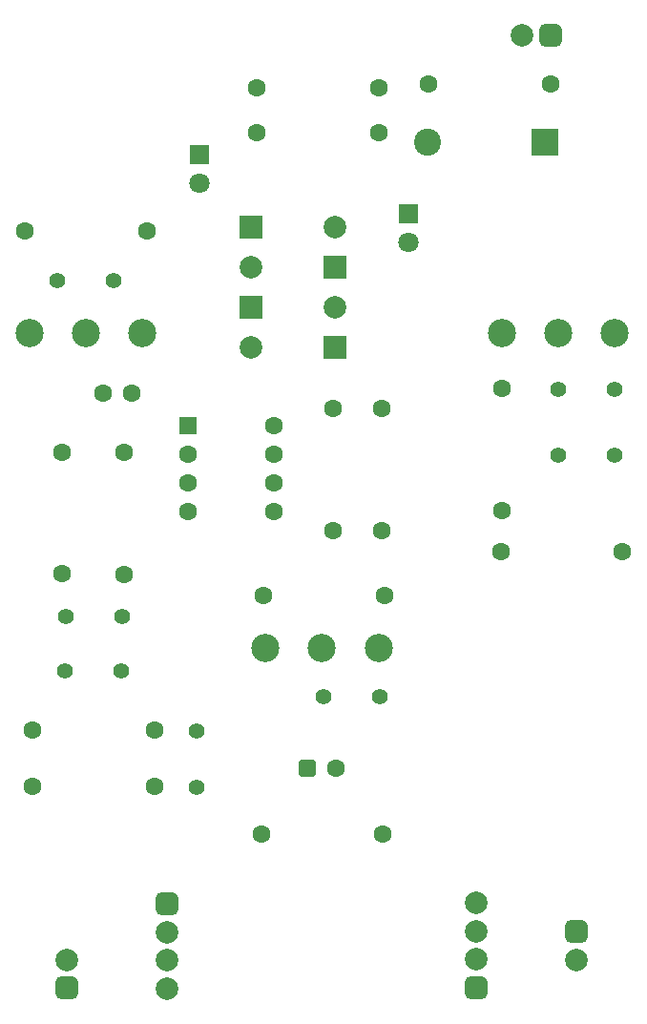
<source format=gbr>
%TF.GenerationSoftware,KiCad,Pcbnew,9.0.2*%
%TF.CreationDate,2025-07-08T13:25:15-05:00*%
%TF.ProjectId,BB Overdrive,4242204f-7665-4726-9472-6976652e6b69,rev?*%
%TF.SameCoordinates,Original*%
%TF.FileFunction,Soldermask,Top*%
%TF.FilePolarity,Negative*%
%FSLAX46Y46*%
G04 Gerber Fmt 4.6, Leading zero omitted, Abs format (unit mm)*
G04 Created by KiCad (PCBNEW 9.0.2) date 2025-07-08 13:25:15*
%MOMM*%
%LPD*%
G01*
G04 APERTURE LIST*
G04 Aperture macros list*
%AMRoundRect*
0 Rectangle with rounded corners*
0 $1 Rounding radius*
0 $2 $3 $4 $5 $6 $7 $8 $9 X,Y pos of 4 corners*
0 Add a 4 corners polygon primitive as box body*
4,1,4,$2,$3,$4,$5,$6,$7,$8,$9,$2,$3,0*
0 Add four circle primitives for the rounded corners*
1,1,$1+$1,$2,$3*
1,1,$1+$1,$4,$5*
1,1,$1+$1,$6,$7*
1,1,$1+$1,$8,$9*
0 Add four rect primitives between the rounded corners*
20,1,$1+$1,$2,$3,$4,$5,0*
20,1,$1+$1,$4,$5,$6,$7,0*
20,1,$1+$1,$6,$7,$8,$9,0*
20,1,$1+$1,$8,$9,$2,$3,0*%
G04 Aperture macros list end*
%ADD10C,2.000000*%
%ADD11R,2.000000X2.000000*%
%ADD12RoundRect,0.500000X-0.500000X0.500000X-0.500000X-0.500000X0.500000X-0.500000X0.500000X0.500000X0*%
%ADD13C,1.400000*%
%ADD14C,1.600000*%
%ADD15R,1.600000X1.600000*%
%ADD16C,2.400000*%
%ADD17R,2.400000X2.400000*%
%ADD18R,1.800000X1.800000*%
%ADD19C,1.800000*%
%ADD20RoundRect,0.500000X0.500000X-0.500000X0.500000X0.500000X-0.500000X0.500000X-0.500000X-0.500000X0*%
%ADD21RoundRect,0.500000X0.500000X0.500000X-0.500000X0.500000X-0.500000X-0.500000X0.500000X-0.500000X0*%
%ADD22C,2.500000*%
%ADD23RoundRect,0.400000X0.400000X0.400000X-0.400000X0.400000X-0.400000X-0.400000X0.400000X-0.400000X0*%
G04 APERTURE END LIST*
D10*
%TO.C,D2*%
X31335200Y90424000D03*
D11*
X23935200Y90424000D03*
%TD*%
D12*
%TO.C,J1*%
X16510000Y37492000D03*
D10*
X16510000Y34992000D03*
X16510000Y32492000D03*
X16510000Y29992000D03*
%TD*%
%TO.C,D6*%
X23935200Y93980000D03*
D11*
X31335200Y93980000D03*
%TD*%
D13*
%TO.C,C8*%
X56170200Y77317600D03*
X51170200Y77317600D03*
%TD*%
D14*
%TO.C,R18*%
X24445000Y105892600D03*
X35245000Y105892600D03*
%TD*%
%TO.C,R19*%
X24826000Y43713400D03*
X35626000Y43713400D03*
%TD*%
%TO.C,C1*%
X13309600Y82753200D03*
X10809600Y82753200D03*
%TD*%
%TO.C,R1*%
X7182000Y66761400D03*
X7182000Y77561400D03*
%TD*%
%TO.C,R2*%
X12649200Y66736000D03*
X12649200Y77536000D03*
%TD*%
D15*
%TO.C,U1*%
X18364200Y79955000D03*
D14*
X18364200Y77415000D03*
X18364200Y74875000D03*
X18364200Y72335000D03*
X25984200Y72335000D03*
X25984200Y74875000D03*
X25984200Y77415000D03*
X25984200Y79955000D03*
%TD*%
%TO.C,R5*%
X31242000Y70622200D03*
X31242000Y81422200D03*
%TD*%
D13*
%TO.C,C5*%
X6771000Y92760800D03*
X11771000Y92760800D03*
%TD*%
D16*
%TO.C,D4*%
X39625600Y105029000D03*
D17*
X49985600Y105029000D03*
%TD*%
D10*
%TO.C,D1*%
X23935200Y86868000D03*
D11*
X31335200Y86868000D03*
%TD*%
D14*
%TO.C,R20*%
X35245000Y109905800D03*
X24445000Y109905800D03*
%TD*%
%TO.C,R17*%
X50510400Y110185200D03*
X39710400Y110185200D03*
%TD*%
%TO.C,R9*%
X56885800Y68732400D03*
X46085800Y68732400D03*
%TD*%
D18*
%TO.C,C11*%
X19380200Y103942200D03*
D19*
X19380200Y101442200D03*
%TD*%
D20*
%TO.C,J2*%
X43942000Y30072000D03*
D10*
X43942000Y32572000D03*
X43942000Y35072000D03*
X43942000Y37572000D03*
%TD*%
D13*
%TO.C,C2*%
X7476000Y62941200D03*
X12476000Y62941200D03*
%TD*%
D14*
%TO.C,R8*%
X15350600Y47879000D03*
X4550600Y47879000D03*
%TD*%
D18*
%TO.C,C10*%
X37871400Y98684400D03*
D19*
X37871400Y96184400D03*
%TD*%
D13*
%TO.C,C6*%
X30393000Y55905400D03*
X35393000Y55905400D03*
%TD*%
D12*
%TO.C,J5*%
X52832000Y35012000D03*
D10*
X52832000Y32512000D03*
%TD*%
D14*
%TO.C,R3*%
X3871000Y97180400D03*
X14671000Y97180400D03*
%TD*%
%TO.C,R7*%
X46202600Y72374800D03*
X46202600Y83174800D03*
%TD*%
D13*
%TO.C,C3*%
X12419474Y58140600D03*
X7419474Y58140600D03*
%TD*%
%TO.C,C7*%
X56221000Y83134200D03*
X51221000Y83134200D03*
%TD*%
D10*
%TO.C,D5*%
X31335200Y97536000D03*
D11*
X23935200Y97536000D03*
%TD*%
D14*
%TO.C,R6*%
X35803800Y64846200D03*
X25003800Y64846200D03*
%TD*%
D13*
%TO.C,C4*%
X19069200Y47817400D03*
X19069200Y52817400D03*
%TD*%
D14*
%TO.C,R4*%
X35509200Y70622200D03*
X35509200Y81422200D03*
%TD*%
D21*
%TO.C,J3*%
X50506000Y114537000D03*
D10*
X48006000Y114537000D03*
%TD*%
D14*
%TO.C,R12*%
X15350600Y52908200D03*
X4550600Y52908200D03*
%TD*%
D20*
%TO.C,J4*%
X7620000Y30012000D03*
D10*
X7620000Y32512000D03*
%TD*%
D22*
%TO.C,RV3*%
X56181000Y88140000D03*
X51181000Y88140000D03*
X46181000Y88140000D03*
%TD*%
D14*
%TO.C,D3*%
X31496000Y49530000D03*
D23*
X28956000Y49530000D03*
%TD*%
D22*
%TO.C,RV2*%
X35226000Y60200000D03*
X30226000Y60200000D03*
X25226000Y60200000D03*
%TD*%
%TO.C,RV1*%
X14271000Y88140000D03*
X9271000Y88140000D03*
X4271000Y88140000D03*
%TD*%
M02*

</source>
